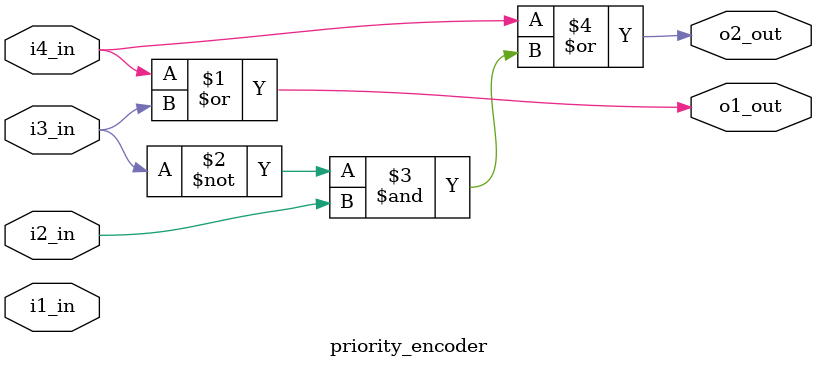
<source format=v>
module priority_encoder (
	input i1_in ,
	input i2_in ,
	input i3_in ,
	input i4_in ,
	output o1_out ,
	output o2_out 
);

assign o1_out = i4_in | i3_in ;
assign o2_out = i4_in | (~i3_in & (i2_in) ) ;

endmodule

</source>
